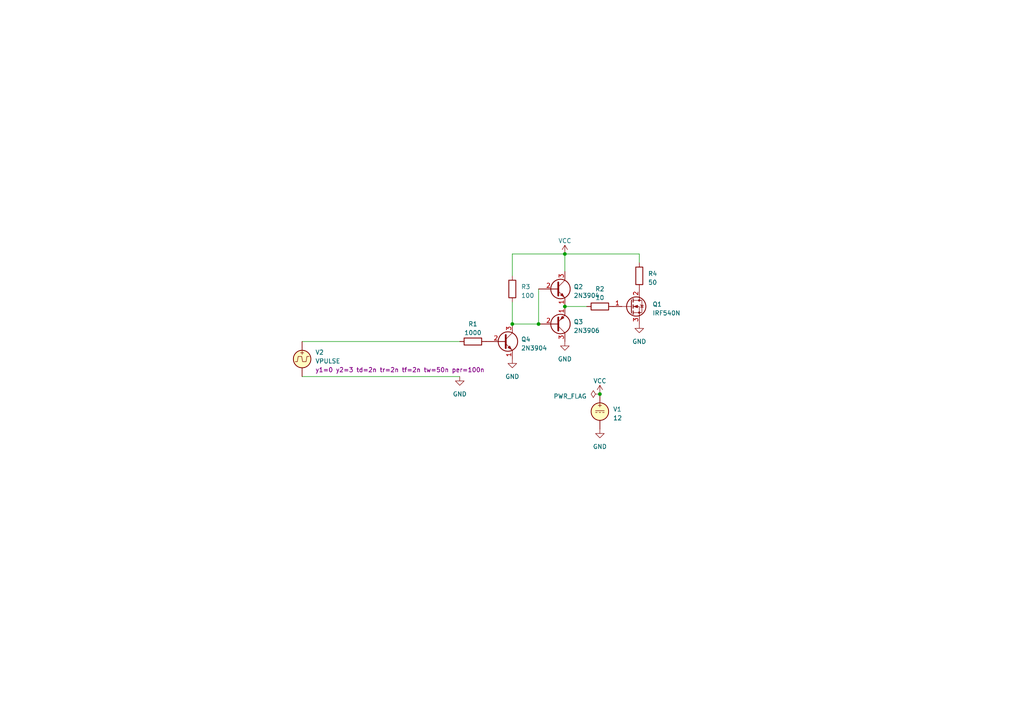
<source format=kicad_sch>
(kicad_sch (version 20230121) (generator eeschema)
  (paper "A4")
  (lib_symbols
    (symbol "Device:R" (pin_numbers hide) (pin_names (offset 0))
      (property "Reference" "R" (at 2.032 0 90))
      (property "Value" "R" (at 0 0 90))
      (symbol "R_0_1"
        (rectangle (start -1.016 -2.54) (end 1.016 2.54) (stroke (width 0.254)))
      )
      (symbol "R_1_1"
        (pin passive line (at 0 3.81 270) (length 1.27) (name "~") (number "1"))
        (pin passive line (at 0 -3.81 90) (length 1.27) (name "~") (number "2"))
      )
    )
    (symbol "Simulation_SPICE:VDC" (pin_numbers hide) (pin_names (offset 0.0254))
      (property "Reference" "V" (at 2.54 2.54 0))
      (property "Value" "1" (at 2.54 0 0))
      (symbol "VDC_0_0"
        (polyline (pts (xy -1.27 0.254) (xy 1.27 0.254)))
        (polyline (pts (xy -0.762 -0.254) (xy -1.27 -0.254)))
        (polyline (pts (xy 0.254 -0.254) (xy -0.254 -0.254)))
        (polyline (pts (xy 1.27 -0.254) (xy 0.762 -0.254)))
        (text "+" (at 0 1.905 0) (effects (font (size 1.27 1.27))))
      )
      (symbol "VDC_0_1"
        (circle (center 0 0) (radius 2.54) (stroke (width 0.254)) (fill (type background)))
      )
      (symbol "VDC_1_1"
        (pin passive line (at 0 5.08 270) (length 2.54) (name "~") (number "1"))
        (pin passive line (at 0 -5.08 90) (length 2.54) (name "~") (number "2"))
      )
    )
    (symbol "Simulation_SPICE:VPULSE" (pin_numbers hide) (pin_names (offset 0.0254))
      (property "Reference" "V" (at 2.54 2.54 0))
      (property "Value" "VPULSE" (at 2.54 0 0))
      (property "Sim.Params" "y1=0 y2=1 td=2n tr=2n tf=2n tw=50n per=100n" (at 2.54 -2.54 0))
      (symbol "VPULSE_0_0"
        (polyline (pts (xy -2.032 -0.762) (xy -1.397 -0.762) (xy -1.143 0.762) (xy -0.127 0.762) (xy 0.127 -0.762) (xy 1.143 -0.762) (xy 1.397 0.762) (xy 2.032 0.762)))
        (text "+" (at 0 1.905 0) (effects (font (size 1.27 1.27))))
      )
      (symbol "VPULSE_0_1"
        (circle (center 0 0) (radius 2.54) (stroke (width 0.254)) (fill (type background)))
      )
      (symbol "VPULSE_1_1"
        (pin passive line (at 0 5.08 270) (length 2.54) (name "~") (number "1"))
        (pin passive line (at 0 -5.08 90) (length 2.54) (name "~") (number "2"))
      )
    )
    (symbol "Transistor_BJT:2N3904" (pin_names (offset 0) hide)
      (property "Reference" "Q" (at 5.08 1.905 0))
      (property "Value" "2N3904" (at 5.08 0 0))
      (symbol "2N3904_0_1"
        (polyline (pts (xy 0.635 0.635) (xy 2.54 2.54)))
        (polyline (pts (xy 0.635 -0.635) (xy 2.54 -2.54) (xy 2.54 -2.54)))
        (polyline (pts (xy 0.635 1.905) (xy 0.635 -1.905) (xy 0.635 -1.905)) (stroke (width 0.508)))
        (polyline (pts (xy 1.27 -1.778) (xy 1.778 -1.27) (xy 2.286 -2.286) (xy 1.27 -1.778) (xy 1.27 -1.778)) (fill (type outline)))
        (circle (center 1.27 0) (radius 2.8194) (stroke (width 0.254)))
      )
      (symbol "2N3904_1_1"
        (pin passive line (at 2.54 -5.08 90) (length 2.54) (name "E") (number "1"))
        (pin passive line (at -5.08 0 0) (length 5.715) (name "B") (number "2"))
        (pin passive line (at 2.54 5.08 270) (length 2.54) (name "C") (number "3"))
      )
    )
    (symbol "Transistor_BJT:2N3906" (pin_names (offset 0) hide)
      (property "Reference" "Q" (at 5.08 1.905 0))
      (property "Value" "2N3906" (at 5.08 0 0))
      (symbol "2N3906_0_1"
        (polyline (pts (xy 0.635 0.635) (xy 2.54 2.54)))
        (polyline (pts (xy 0.635 -0.635) (xy 2.54 -2.54) (xy 2.54 -2.54)))
        (polyline (pts (xy 0.635 1.905) (xy 0.635 -1.905) (xy 0.635 -1.905)) (stroke (width 0.508)))
        (polyline (pts (xy 2.286 -1.778) (xy 1.778 -2.286) (xy 1.27 -1.27) (xy 2.286 -1.778) (xy 2.286 -1.778)) (fill (type outline)))
        (circle (center 1.27 0) (radius 2.8194) (stroke (width 0.254)))
      )
      (symbol "2N3906_1_1"
        (pin passive line (at 2.54 -5.08 90) (length 2.54) (name "E") (number "1"))
        (pin input line (at -5.08 0 0) (length 5.715) (name "B") (number "2"))
        (pin passive line (at 2.54 5.08 270) (length 2.54) (name "C") (number "3"))
      )
    )
    (symbol "Transistor_FET:IRF540N" (pin_names hide)
      (property "Reference" "Q" (at 6.35 1.905 0))
      (property "Value" "IRF540N" (at 6.35 0 0))
      (symbol "IRF540N_0_1"
        (polyline (pts (xy 0.254 0) (xy -2.54 0)))
        (polyline (pts (xy 0.254 1.905) (xy 0.254 -1.905)) (stroke (width 0.254)))
        (polyline (pts (xy 0.762 -1.27) (xy 0.762 -2.286)) (stroke (width 0.254)))
        (polyline (pts (xy 0.762 0.508) (xy 0.762 -0.508)) (stroke (width 0.254)))
        (polyline (pts (xy 0.762 2.286) (xy 0.762 1.27)) (stroke (width 0.254)))
        (polyline (pts (xy 2.54 2.54) (xy 2.54 1.778)))
        (polyline (pts (xy 2.54 -2.54) (xy 2.54 0) (xy 0.762 0)))
        (polyline (pts (xy 0.762 -1.778) (xy 3.302 -1.778) (xy 3.302 1.778) (xy 0.762 1.778)))
        (polyline (pts (xy 1.016 0) (xy 2.032 0.381) (xy 2.032 -0.381) (xy 1.016 0)) (fill (type outline)))
        (polyline (pts (xy 2.794 0.508) (xy 2.921 0.381) (xy 3.683 0.381) (xy 3.81 0.254)))
        (polyline (pts (xy 3.302 0.381) (xy 2.921 -0.254) (xy 3.683 -0.254) (xy 3.302 0.381)))
        (circle (center 1.651 0) (radius 2.794) (stroke (width 0.254)))
        (circle (center 2.54 -1.778) (radius 0.254) (fill (type outline)))
        (circle (center 2.54 1.778) (radius 0.254) (fill (type outline)))
      )
      (symbol "IRF540N_1_1"
        (pin input line (at -5.08 0 0) (length 2.54) (name "G") (number "1"))
        (pin passive line (at 2.54 5.08 270) (length 2.54) (name "D") (number "2"))
        (pin passive line (at 2.54 -5.08 90) (length 2.54) (name "S") (number "3"))
      )
    )
    (symbol "power:GND" (power) (pin_names (offset 0))
      (property "Value" "GND" (at 0 -3.81 0))
      (symbol "GND_0_1"
        (polyline (pts (xy 0 0) (xy 0 -1.27) (xy 1.27 -1.27) (xy 0 -2.54) (xy -1.27 -1.27) (xy 0 -1.27)))
      )
      (symbol "GND_1_1"
        (pin power_in line (at 0 0 270) (length 0) hide (name "GND") (number "1"))
      )
    )
    (symbol "power:PWR_FLAG" (power) (pin_numbers hide) (pin_names (offset 0) hide)
      (property "Value" "PWR_FLAG" (at 0 3.81 0))
      (symbol "PWR_FLAG_0_0"
        (pin power_out line (at 0 0 90) (length 0) (name "pwr") (number "1"))
      )
      (symbol "PWR_FLAG_0_1"
        (polyline (pts (xy 0 0) (xy 0 1.27) (xy -1.016 1.905) (xy 0 2.54) (xy 1.016 1.905) (xy 0 1.27)))
      )
    )
    (symbol "power:VCC" (power) (pin_names (offset 0))
      (property "Value" "VCC" (at 0 3.81 0))
      (symbol "VCC_0_1"
        (polyline (pts (xy -0.762 1.27) (xy 0 2.54)))
        (polyline (pts (xy 0 0) (xy 0 2.54)))
        (polyline (pts (xy 0 2.54) (xy 0.762 1.27)))
      )
      (symbol "VCC_1_1"
        (pin power_in line (at 0 0 90) (length 0) hide (name "VCC") (number "1"))
      )
    )
  )
  (junction (at 148.59 93.98))
  (junction (at 163.83 73.66))
  (junction (at 173.99 114.3))
  (junction (at 156.21 93.98))
  (junction (at 163.83 88.9))
  (wire (pts (xy 163.83 88.9) (xy 170.18 88.9)))
  (wire (pts (xy 87.63 99.06) (xy 133.35 99.06)))
  (wire (pts (xy 156.21 83.82) (xy 156.21 93.98)))
  (wire (pts (xy 185.42 73.66) (xy 185.42 76.2)))
  (wire (pts (xy 163.83 73.66) (xy 163.83 78.74)))
  (wire (pts (xy 87.63 109.22) (xy 133.35 109.22)))
  (wire (pts (xy 163.83 73.66) (xy 185.42 73.66)))
  (wire (pts (xy 148.59 73.66) (xy 163.83 73.66)))
  (wire (pts (xy 148.59 87.63) (xy 148.59 93.98)))
  (wire (pts (xy 148.59 80.01) (xy 148.59 73.66)))
  (wire (pts (xy 148.59 93.98) (xy 156.21 93.98)))
  (symbol (lib_id "power:PWR_FLAG") (at 173.99 114.3 90) (unit 1)
    (property "Reference" "#FLG02" (effects hide))
    (property "Value" "PWR_FLAG" (at 170.18 114.935 90) (effects (justify left)))
  )
  (symbol (lib_id "Simulation_SPICE:VDC") (at 173.99 119.38 0) (unit 1)
    (property "Reference" "V1" (at 177.8 118.7092 0) (effects (justify left)))
    (property "Value" "12" (at 177.8 121.2492 0) (effects (justify left)))
    (property "Sim.Pins" "1=+ 2=-" (effects hide))
    (property "Sim.Type" "DC" (effects hide))
    (property "Sim.Device" "V" (effects hide))
  )
  (symbol (lib_id "power:GND") (at 173.99 124.46 0) (unit 1)
    (property "Reference" "#PWR05" (effects hide))
    (property "Value" "GND" (at 173.99 129.54 0))
  )
  (symbol (lib_id "Device:R") (at 173.99 88.9 90) (unit 1)
    (property "Reference" "R2" (at 173.99 83.82 90))
    (property "Value" "10" (at 173.99 86.36 90))
  )
  (symbol (lib_id "power:GND") (at 133.35 109.22 0) (unit 1)
    (property "Reference" "#PWR07" (effects hide))
    (property "Value" "GND" (at 133.35 114.3 0))
  )
  (symbol (lib_id "Transistor_FET:IRF540N") (at 182.88 88.9 0) (unit 1)
    (property "Reference" "Q1" (at 189.23 88.265 0) (effects (justify left)))
    (property "Value" "IRF540N" (at 189.23 90.805 0) (effects (justify left)))
    (property "Footprint" "Package_TO_SOT_THT:TO-220-3_Vertical" (effects hide))
    (property "Datasheet" "http://www.irf.com/product-info/datasheets/data/irf540n.pdf" (effects hide))
    (property "Sim.Device" "NMOS" (effects hide))
    (property "Sim.Type" "VDMOS" (effects hide))
    (property "Sim.Pins" "1=D 2=G 3=S" (effects hide))
  )
  (symbol (lib_id "Transistor_BJT:2N3906") (at 161.29 93.98 0) (mirror x) (unit 1)
    (property "Reference" "Q3" (at 166.37 93.345 0) (effects (justify left)))
    (property "Value" "2N3906" (at 166.37 95.885 0) (effects (justify left)))
    (property "Footprint" "Package_TO_SOT_THT:TO-92_Inline" (effects hide))
    (property "Datasheet" "https://www.onsemi.com/pub/Collateral/2N3906-D.PDF" (effects hide))
    (property "Sim.Device" "PNP" (effects hide))
    (property "Sim.Type" "VBIC" (effects hide))
    (property "Sim.Pins" "1=E 2=B 3=C" (effects hide))
  )
  (symbol (lib_id "Device:R") (at 185.42 80.01 0) (unit 1)
    (property "Reference" "R4" (at 187.96 79.375 0) (effects (justify left)))
    (property "Value" "50" (at 187.96 81.915 0) (effects (justify left)))
  )
  (symbol (lib_id "Transistor_BJT:2N3904") (at 161.29 83.82 0) (unit 1)
    (property "Reference" "Q2" (at 166.37 83.185 0) (effects (justify left)))
    (property "Value" "2N3904" (at 166.37 85.725 0) (effects (justify left)))
    (property "Footprint" "Package_TO_SOT_THT:TO-92_Inline" (effects hide))
    (property "Datasheet" "https://www.onsemi.com/pub/Collateral/2N3903-D.PDF" (effects hide))
  )
  (symbol (lib_id "power:GND") (at 148.59 104.14 0) (unit 1)
    (property "Reference" "#PWR01" (effects hide))
    (property "Value" "GND" (at 148.59 109.22 0))
  )
  (symbol (lib_id "power:GND") (at 185.42 93.98 0) (unit 1)
    (property "Reference" "#PWR03" (effects hide))
    (property "Value" "GND" (at 185.42 99.06 0))
  )
  (symbol (lib_id "power:VCC") (at 163.83 73.66 0) (unit 1)
    (property "Reference" "#PWR04" (effects hide))
    (property "Value" "VCC" (at 163.83 69.85 0))
  )
  (symbol (lib_id "power:GND") (at 163.83 99.06 0) (unit 1)
    (property "Reference" "#PWR02" (effects hide))
    (property "Value" "GND" (at 163.83 104.14 0))
  )
  (symbol (lib_id "Device:R") (at 137.16 99.06 90) (unit 1)
    (property "Reference" "R1" (at 137.16 93.98 90))
    (property "Value" "1000" (at 137.16 96.52 90))
  )
  (symbol (lib_id "Transistor_BJT:2N3904") (at 146.05 99.06 0) (unit 1)
    (property "Reference" "Q4" (at 151.13 98.425 0) (effects (justify left)))
    (property "Value" "2N3904" (at 151.13 100.965 0) (effects (justify left)))
    (property "Footprint" "Package_TO_SOT_THT:TO-92_Inline" (effects hide))
    (property "Datasheet" "https://www.onsemi.com/pub/Collateral/2N3903-D.PDF" (effects hide))
    (property "Sim.Device" "NPN" (effects hide))
    (property "Sim.Type" "VBIC" (effects hide))
    (property "Sim.Pins" "1=E 2=B 3=C" (effects hide))
  )
  (symbol (lib_id "Device:R") (at 148.59 83.82 0) (unit 1)
    (property "Reference" "R3" (at 151.13 83.185 0) (effects (justify left)))
    (property "Value" "100" (at 151.13 85.725 0) (effects (justify left)))
  )
  (symbol (lib_id "Simulation_SPICE:VPULSE") (at 87.63 104.14 0) (unit 1)
    (property "Reference" "V2" (at 91.44 102.1992 0) (effects (justify left)))
    (property "Value" "VPULSE" (at 91.44 104.7392 0) (effects (justify left)))
    (property "Sim.Pins" "1=+ 2=-" (effects hide))
    (property "Sim.Type" "PULSE" (effects hide))
    (property "Sim.Device" "V" (effects hide))
    (property "Sim.Params" "y1=0 y2=3 td=2n tr=2n tf=2n tw=50n per=100n" (at 91.44 107.2792 0) (effects (justify left)))
  )
  (symbol (lib_id "power:VCC") (at 173.99 114.3 0) (unit 1)
    (property "Reference" "#PWR06" (effects hide))
    (property "Value" "VCC" (at 173.99 110.49 0))
  )
)
</source>
